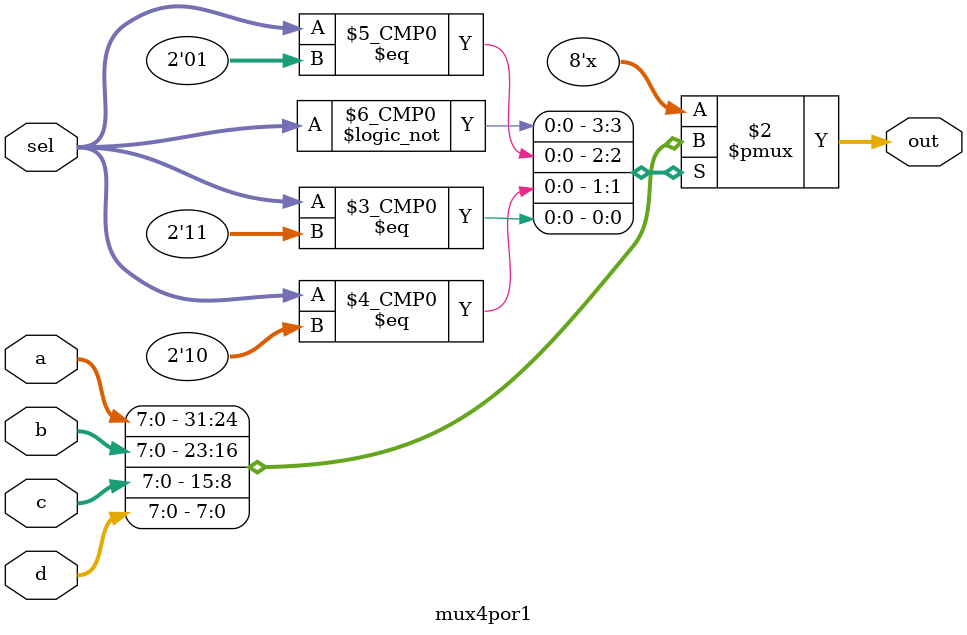
<source format=v>
module mux4por1(
  input [1:0] sel,
  input [7:0] a, b, c, d,
  output reg [7:0] out
);

  always @ (sel, a, b, c, d)
    case (sel)
      2'b00: out = a;
      2'b01: out = b;
      2'b10: out = c;
      2'b11: out = d;
      default: out = 8'hzz; // Valor indefinido padrão
    endcase
  
endmodule

</source>
